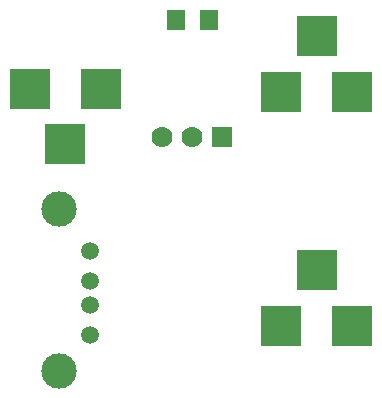
<source format=gts>
G04 (created by PCBNEW (2013-07-07 BZR 4022)-stable) date 2/9/2014 4:29:12 PM*
%MOIN*%
G04 Gerber Fmt 3.4, Leading zero omitted, Abs format*
%FSLAX34Y34*%
G01*
G70*
G90*
G04 APERTURE LIST*
%ADD10C,0.00590551*%
%ADD11C,0.0591*%
%ADD12C,0.1181*%
%ADD13R,0.07X0.07*%
%ADD14C,0.07*%
%ADD15R,0.0629X0.0709*%
%ADD16R,0.1378X0.1378*%
G04 APERTURE END LIST*
G54D10*
G54D11*
X71900Y-51200D03*
X71900Y-50200D03*
X71900Y-49400D03*
X71900Y-48400D03*
G54D12*
X70850Y-52400D03*
X70850Y-47000D03*
G54D13*
X76300Y-44600D03*
G54D14*
X74300Y-44600D03*
X75300Y-44600D03*
G54D15*
X74741Y-40700D03*
X75859Y-40700D03*
G54D16*
X72241Y-43000D03*
X69879Y-43000D03*
X71060Y-44850D03*
X78259Y-43100D03*
X80621Y-43100D03*
X79440Y-41250D03*
X78259Y-50900D03*
X80621Y-50900D03*
X79440Y-49050D03*
M02*

</source>
